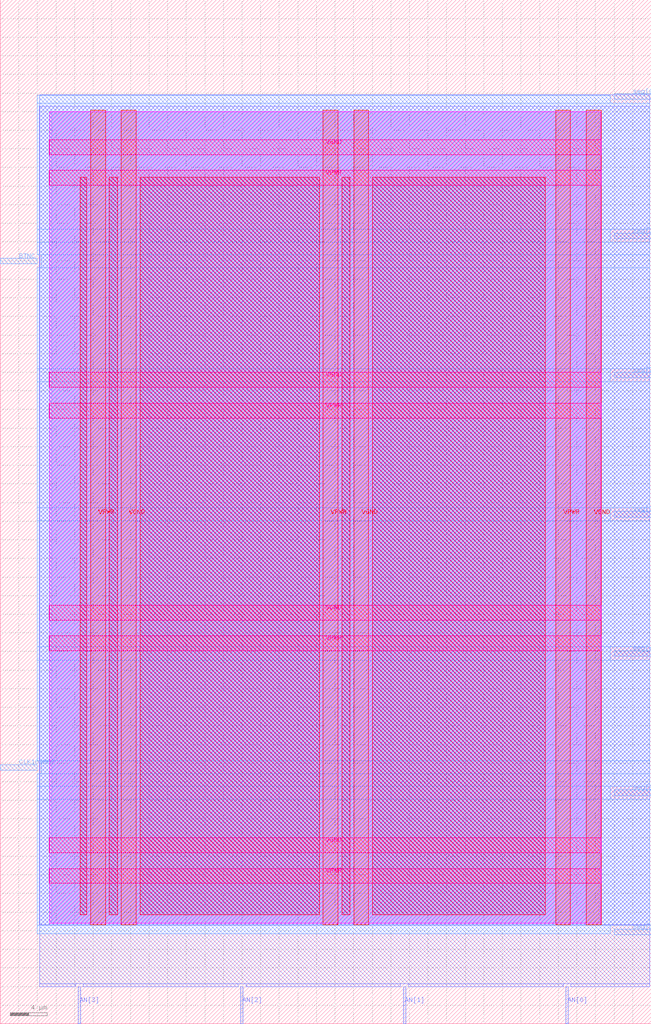
<source format=lef>
VERSION 5.7 ;
  NOWIREEXTENSIONATPIN ON ;
  DIVIDERCHAR "/" ;
  BUSBITCHARS "[]" ;
MACRO ZeroToFiveCounter
  CLASS BLOCK ;
  FOREIGN ZeroToFiveCounter ;
  ORIGIN 0.000 0.000 ;
  SIZE 70.000 BY 110.000 ;
  PIN AN[0]
    DIRECTION OUTPUT ;
    USE SIGNAL ;
    PORT
      LAYER met2 ;
        RECT 60.810 0.000 61.090 4.000 ;
    END
  END AN[0]
  PIN AN[1]
    DIRECTION OUTPUT ;
    USE SIGNAL ;
    PORT
      LAYER met2 ;
        RECT 43.330 0.000 43.610 4.000 ;
    END
  END AN[1]
  PIN AN[2]
    DIRECTION OUTPUT ;
    USE SIGNAL ;
    PORT
      LAYER met2 ;
        RECT 25.850 0.000 26.130 4.000 ;
    END
  END AN[2]
  PIN AN[3]
    DIRECTION OUTPUT ;
    USE SIGNAL ;
    PORT
      LAYER met2 ;
        RECT 8.370 0.000 8.650 4.000 ;
    END
  END AN[3]
  PIN BTNC
    DIRECTION INPUT ;
    USE SIGNAL ;
    ANTENNAGATEAREA 0.673500 ;
    PORT
      LAYER met3 ;
        RECT 0.000 81.640 4.000 82.240 ;
    END
  END BTNC
  PIN CLK100MHZ
    DIRECTION INPUT ;
    USE SIGNAL ;
    ANTENNAGATEAREA 0.852000 ;
    PORT
      LAYER met3 ;
        RECT 0.000 27.240 4.000 27.840 ;
    END
  END CLK100MHZ
  PIN VGND
    DIRECTION INOUT ;
    USE GROUND ;
    PORT
      LAYER met4 ;
        RECT 13.020 10.640 14.620 98.160 ;
    END
    PORT
      LAYER met4 ;
        RECT 38.020 10.640 39.620 98.160 ;
    END
    PORT
      LAYER met4 ;
        RECT 63.020 10.640 64.620 98.160 ;
    END
    PORT
      LAYER met5 ;
        RECT 5.280 18.380 64.640 19.980 ;
    END
    PORT
      LAYER met5 ;
        RECT 5.280 43.380 64.640 44.980 ;
    END
    PORT
      LAYER met5 ;
        RECT 5.280 68.380 64.640 69.980 ;
    END
    PORT
      LAYER met5 ;
        RECT 5.280 93.380 64.640 94.980 ;
    END
  END VGND
  PIN VPWR
    DIRECTION INOUT ;
    USE POWER ;
    PORT
      LAYER met4 ;
        RECT 9.720 10.640 11.320 98.160 ;
    END
    PORT
      LAYER met4 ;
        RECT 34.720 10.640 36.320 98.160 ;
    END
    PORT
      LAYER met4 ;
        RECT 59.720 10.640 61.320 98.160 ;
    END
    PORT
      LAYER met5 ;
        RECT 5.280 15.080 64.640 16.680 ;
    END
    PORT
      LAYER met5 ;
        RECT 5.280 40.080 64.640 41.680 ;
    END
    PORT
      LAYER met5 ;
        RECT 5.280 65.080 64.640 66.680 ;
    END
    PORT
      LAYER met5 ;
        RECT 5.280 90.080 64.640 91.680 ;
    END
  END VPWR
  PIN seg[0]
    DIRECTION OUTPUT ;
    USE SIGNAL ;
    ANTENNADIFFAREA 0.340600 ;
    PORT
      LAYER met3 ;
        RECT 66.000 99.320 70.000 99.920 ;
    END
  END seg[0]
  PIN seg[1]
    DIRECTION OUTPUT ;
    USE SIGNAL ;
    ANTENNADIFFAREA 0.340600 ;
    PORT
      LAYER met3 ;
        RECT 66.000 84.360 70.000 84.960 ;
    END
  END seg[1]
  PIN seg[2]
    DIRECTION OUTPUT ;
    USE SIGNAL ;
    ANTENNADIFFAREA 0.340600 ;
    PORT
      LAYER met3 ;
        RECT 66.000 69.400 70.000 70.000 ;
    END
  END seg[2]
  PIN seg[3]
    DIRECTION OUTPUT ;
    USE SIGNAL ;
    ANTENNADIFFAREA 0.340600 ;
    PORT
      LAYER met3 ;
        RECT 66.000 54.440 70.000 55.040 ;
    END
  END seg[3]
  PIN seg[4]
    DIRECTION OUTPUT ;
    USE SIGNAL ;
    ANTENNADIFFAREA 0.340600 ;
    PORT
      LAYER met3 ;
        RECT 66.000 39.480 70.000 40.080 ;
    END
  END seg[4]
  PIN seg[5]
    DIRECTION OUTPUT ;
    USE SIGNAL ;
    ANTENNADIFFAREA 0.340600 ;
    PORT
      LAYER met3 ;
        RECT 66.000 24.520 70.000 25.120 ;
    END
  END seg[5]
  PIN seg[6]
    DIRECTION OUTPUT ;
    USE SIGNAL ;
    ANTENNADIFFAREA 0.340600 ;
    PORT
      LAYER met3 ;
        RECT 66.000 9.560 70.000 10.160 ;
    END
  END seg[6]
  OBS
      LAYER nwell ;
        RECT 5.330 10.795 64.590 98.005 ;
      LAYER li1 ;
        RECT 5.520 10.795 64.400 98.005 ;
      LAYER met1 ;
        RECT 4.210 10.640 69.850 98.560 ;
      LAYER met2 ;
        RECT 4.240 4.280 69.830 99.805 ;
        RECT 4.240 4.000 8.090 4.280 ;
        RECT 8.930 4.000 25.570 4.280 ;
        RECT 26.410 4.000 43.050 4.280 ;
        RECT 43.890 4.000 60.530 4.280 ;
        RECT 61.370 4.000 69.830 4.280 ;
      LAYER met3 ;
        RECT 4.000 98.920 65.600 99.785 ;
        RECT 4.000 85.360 69.855 98.920 ;
        RECT 4.000 83.960 65.600 85.360 ;
        RECT 4.000 82.640 69.855 83.960 ;
        RECT 4.400 81.240 69.855 82.640 ;
        RECT 4.000 70.400 69.855 81.240 ;
        RECT 4.000 69.000 65.600 70.400 ;
        RECT 4.000 55.440 69.855 69.000 ;
        RECT 4.000 54.040 65.600 55.440 ;
        RECT 4.000 40.480 69.855 54.040 ;
        RECT 4.000 39.080 65.600 40.480 ;
        RECT 4.000 28.240 69.855 39.080 ;
        RECT 4.400 26.840 69.855 28.240 ;
        RECT 4.000 25.520 69.855 26.840 ;
        RECT 4.000 24.120 65.600 25.520 ;
        RECT 4.000 10.560 69.855 24.120 ;
        RECT 4.000 9.695 65.600 10.560 ;
      LAYER met4 ;
        RECT 8.575 11.735 9.320 90.945 ;
        RECT 11.720 11.735 12.620 90.945 ;
        RECT 15.020 11.735 34.320 90.945 ;
        RECT 36.720 11.735 37.620 90.945 ;
        RECT 40.020 11.735 58.585 90.945 ;
  END
END ZeroToFiveCounter
END LIBRARY


</source>
